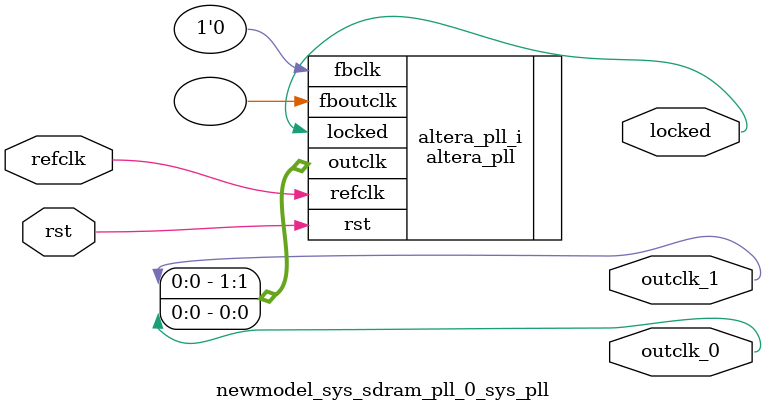
<source format=v>
`timescale 1ns/10ps
module  newmodel_sys_sdram_pll_0_sys_pll(

	// interface 'refclk'
	input wire refclk,

	// interface 'reset'
	input wire rst,

	// interface 'outclk0'
	output wire outclk_0,

	// interface 'outclk1'
	output wire outclk_1,

	// interface 'locked'
	output wire locked
);

	altera_pll #(
		.fractional_vco_multiplier("false"),
		.reference_clock_frequency("50.0 MHz"),
		.operation_mode("direct"),
		.number_of_clocks(2),
		.output_clock_frequency0("50.000000 MHz"),
		.phase_shift0("0 ps"),
		.duty_cycle0(50),
		.output_clock_frequency1("50.000000 MHz"),
		.phase_shift1("-3000 ps"),
		.duty_cycle1(50),
		.output_clock_frequency2("0 MHz"),
		.phase_shift2("0 ps"),
		.duty_cycle2(50),
		.output_clock_frequency3("0 MHz"),
		.phase_shift3("0 ps"),
		.duty_cycle3(50),
		.output_clock_frequency4("0 MHz"),
		.phase_shift4("0 ps"),
		.duty_cycle4(50),
		.output_clock_frequency5("0 MHz"),
		.phase_shift5("0 ps"),
		.duty_cycle5(50),
		.output_clock_frequency6("0 MHz"),
		.phase_shift6("0 ps"),
		.duty_cycle6(50),
		.output_clock_frequency7("0 MHz"),
		.phase_shift7("0 ps"),
		.duty_cycle7(50),
		.output_clock_frequency8("0 MHz"),
		.phase_shift8("0 ps"),
		.duty_cycle8(50),
		.output_clock_frequency9("0 MHz"),
		.phase_shift9("0 ps"),
		.duty_cycle9(50),
		.output_clock_frequency10("0 MHz"),
		.phase_shift10("0 ps"),
		.duty_cycle10(50),
		.output_clock_frequency11("0 MHz"),
		.phase_shift11("0 ps"),
		.duty_cycle11(50),
		.output_clock_frequency12("0 MHz"),
		.phase_shift12("0 ps"),
		.duty_cycle12(50),
		.output_clock_frequency13("0 MHz"),
		.phase_shift13("0 ps"),
		.duty_cycle13(50),
		.output_clock_frequency14("0 MHz"),
		.phase_shift14("0 ps"),
		.duty_cycle14(50),
		.output_clock_frequency15("0 MHz"),
		.phase_shift15("0 ps"),
		.duty_cycle15(50),
		.output_clock_frequency16("0 MHz"),
		.phase_shift16("0 ps"),
		.duty_cycle16(50),
		.output_clock_frequency17("0 MHz"),
		.phase_shift17("0 ps"),
		.duty_cycle17(50),
		.pll_type("General"),
		.pll_subtype("General")
	) altera_pll_i (
		.rst	(rst),
		.outclk	({outclk_1, outclk_0}),
		.locked	(locked),
		.fboutclk	( ),
		.fbclk	(1'b0),
		.refclk	(refclk)
	);
endmodule


</source>
